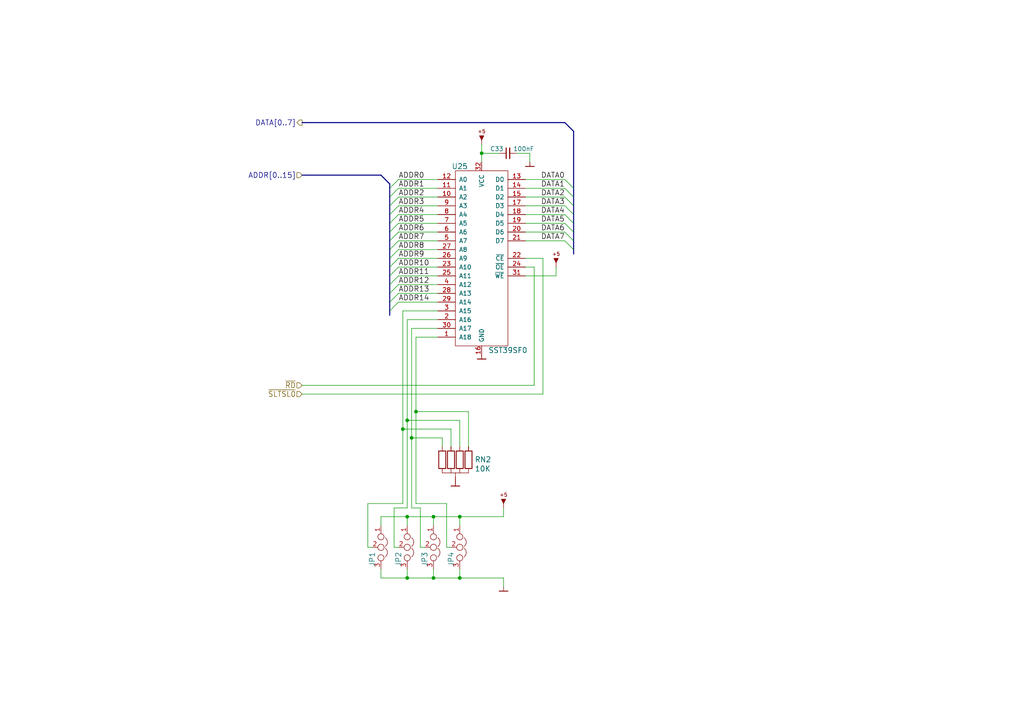
<source format=kicad_sch>
(kicad_sch (version 20211123) (generator eeschema)

  (uuid e16a8ef9-72be-44ea-a34c-71d53d6ff2bf)

  (paper "A4")

  (lib_symbols
    (symbol "artemisa:Cap" (pin_numbers hide) (pin_names (offset 0.254) hide) (in_bom yes) (on_board yes)
      (property "Reference" "C" (id 0) (at 0.254 1.778 0)
        (effects (font (size 1.27 1.27)) (justify left))
      )
      (property "Value" "Cap" (id 1) (at 0.254 -2.032 0)
        (effects (font (size 1.27 1.27)) (justify left))
      )
      (property "Footprint" "" (id 2) (at 0 0 0)
        (effects (font (size 1.27 1.27)) hide)
      )
      (property "Datasheet" "" (id 3) (at 0 0 0)
        (effects (font (size 1.27 1.27)) hide)
      )
      (property "ki_fp_filters" "C_*" (id 4) (at 0 0 0)
        (effects (font (size 1.27 1.27)) hide)
      )
      (symbol "Cap_0_1"
        (polyline
          (pts
            (xy -1.524 -0.508)
            (xy 1.524 -0.508)
          )
          (stroke (width 0.3302) (type default) (color 0 0 0 0))
          (fill (type none))
        )
        (polyline
          (pts
            (xy -1.524 0.508)
            (xy 1.524 0.508)
          )
          (stroke (width 0.3048) (type default) (color 0 0 0 0))
          (fill (type none))
        )
      )
      (symbol "Cap_1_1"
        (pin passive line (at 0 2.54 270) (length 2.032)
          (name "~" (effects (font (size 1.27 1.27))))
          (number "1" (effects (font (size 1.27 1.27))))
        )
        (pin passive line (at 0 -2.54 90) (length 2.032)
          (name "~" (effects (font (size 1.27 1.27))))
          (number "2" (effects (font (size 1.27 1.27))))
        )
      )
    )
    (symbol "artemisa:GND" (power) (pin_numbers hide) (pin_names (offset 0) hide) (in_bom yes) (on_board yes)
      (property "Reference" "#PWR" (id 0) (at 0 -2.54 0)
        (effects (font (size 1.524 1.524)) hide)
      )
      (property "Value" "GND" (id 1) (at 0 2.54 0)
        (effects (font (size 1.524 1.524)) hide)
      )
      (property "Footprint" "" (id 2) (at 0 0 0)
        (effects (font (size 1.524 1.524)) hide)
      )
      (property "Datasheet" "" (id 3) (at 0 0 0)
        (effects (font (size 1.524 1.524)) hide)
      )
      (symbol "GND_0_1"
        (polyline
          (pts
            (xy -1.27 -1.27)
            (xy 1.27 -1.27)
          )
          (stroke (width 0.254) (type default) (color 0 0 0 0))
          (fill (type none))
        )
      )
      (symbol "GND_1_1"
        (pin power_in line (at 0 0 270) (length 1.27)
          (name "GND" (effects (font (size 1.27 1.27))))
          (number "~" (effects (font (size 1.27 1.27))))
        )
      )
    )
    (symbol "artemisa:Jumper" (pin_names (offset 1.016) hide) (in_bom yes) (on_board yes)
      (property "Reference" "JP" (id 0) (at 2.54 -2.54 0)
        (effects (font (size 1.524 1.524)))
      )
      (property "Value" "Jumper" (id 1) (at 0 3.81 0)
        (effects (font (size 1.524 1.524)))
      )
      (property "Footprint" "" (id 2) (at 0 0 0)
        (effects (font (size 1.524 1.524)) hide)
      )
      (property "Datasheet" "" (id 3) (at 0 0 0)
        (effects (font (size 1.524 1.524)) hide)
      )
      (symbol "Jumper_1_1"
        (circle (center -3.048 0) (radius 0.889)
          (stroke (width 0) (type default) (color 0 0 0 0))
          (fill (type none))
        )
        (arc (start -0.254 1.27) (mid -1.524 1.8804) (end -2.794 1.27)
          (stroke (width 0) (type default) (color 0 0 0 0))
          (fill (type none))
        )
        (circle (center 0 0) (radius 0.9144)
          (stroke (width 0) (type default) (color 0 0 0 0))
          (fill (type none))
        )
        (arc (start 2.794 1.27) (mid 1.524 1.8804) (end 0.254 1.27)
          (stroke (width 0) (type default) (color 0 0 0 0))
          (fill (type none))
        )
        (circle (center 3.048 0) (radius 0.889)
          (stroke (width 0) (type default) (color 0 0 0 0))
          (fill (type none))
        )
        (pin passive line (at -6.35 0 0) (length 2.413)
          (name "1" (effects (font (size 1.27 1.27))))
          (number "1" (effects (font (size 1.27 1.27))))
        )
        (pin passive line (at 0 -2.54 90) (length 1.524)
          (name "2" (effects (font (size 1.27 1.27))))
          (number "2" (effects (font (size 1.27 1.27))))
        )
        (pin passive line (at 6.35 0 180) (length 2.413)
          (name "3" (effects (font (size 1.27 1.27))))
          (number "3" (effects (font (size 1.27 1.27))))
        )
      )
    )
    (symbol "artemisa:RN4" (pin_numbers hide) (pin_names (offset 1.016) hide) (in_bom yes) (on_board yes)
      (property "Reference" "RN" (id 0) (at 3.81 5.08 0)
        (effects (font (size 1.524 1.524)))
      )
      (property "Value" "RN4" (id 1) (at -5.08 5.08 0)
        (effects (font (size 1.524 1.524)))
      )
      (property "Footprint" "" (id 2) (at 2.54 -1.905 0)
        (effects (font (size 1.524 1.524)) hide)
      )
      (property "Datasheet" "" (id 3) (at 2.54 -1.905 0)
        (effects (font (size 1.524 1.524)) hide)
      )
      (symbol "RN4_0_1"
        (polyline
          (pts
            (xy -3.81 2.54)
            (xy -3.81 3.81)
          )
          (stroke (width 0) (type default) (color 0 0 0 0))
          (fill (type none))
        )
        (polyline
          (pts
            (xy -3.81 3.81)
            (xy 3.81 3.81)
          )
          (stroke (width 0) (type default) (color 0 0 0 0))
          (fill (type none))
        )
        (polyline
          (pts
            (xy -1.27 2.54)
            (xy -1.27 3.81)
          )
          (stroke (width 0) (type default) (color 0 0 0 0))
          (fill (type none))
        )
        (polyline
          (pts
            (xy 0 5.08)
            (xy 0 3.81)
          )
          (stroke (width 0) (type default) (color 0 0 0 0))
          (fill (type none))
        )
        (polyline
          (pts
            (xy 1.27 2.54)
            (xy 1.27 3.81)
          )
          (stroke (width 0) (type default) (color 0 0 0 0))
          (fill (type none))
        )
        (polyline
          (pts
            (xy 3.81 2.54)
            (xy 3.81 3.81)
          )
          (stroke (width 0) (type default) (color 0 0 0 0))
          (fill (type none))
        )
      )
      (symbol "RN4_0_2"
        (polyline
          (pts
            (xy -3.81 3.81)
            (xy 3.81 3.81)
          )
          (stroke (width 0) (type default) (color 0 0 0 0))
          (fill (type none))
        )
        (polyline
          (pts
            (xy -3.81 3.81)
            (xy -6.35 3.81)
            (xy -6.35 -2.54)
          )
          (stroke (width 0) (type default) (color 0 0 0 0))
          (fill (type none))
        )
      )
      (symbol "RN4_1_1"
        (rectangle (start -4.826 -2.54) (end -2.794 2.54)
          (stroke (width 0.254) (type default) (color 0 0 0 0))
          (fill (type none))
        )
        (rectangle (start -2.286 -2.54) (end -0.254 2.54)
          (stroke (width 0.254) (type default) (color 0 0 0 0))
          (fill (type none))
        )
        (rectangle (start 0.254 -2.54) (end 2.286 2.54)
          (stroke (width 0.254) (type default) (color 0 0 0 0))
          (fill (type none))
        )
        (rectangle (start 2.794 -2.54) (end 4.826 2.54)
          (stroke (width 0.254) (type default) (color 0 0 0 0))
          (fill (type none))
        )
        (pin passive line (at 0 6.35 270) (length 1.27)
          (name "~" (effects (font (size 1.27 1.27))))
          (number "1" (effects (font (size 1.27 1.27))))
        )
        (pin passive line (at -3.81 -3.81 90) (length 1.27)
          (name "~" (effects (font (size 1.27 1.27))))
          (number "2" (effects (font (size 1.27 1.27))))
        )
        (pin passive line (at -1.27 -3.81 90) (length 1.27)
          (name "~" (effects (font (size 1.27 1.27))))
          (number "3" (effects (font (size 1.27 1.27))))
        )
        (pin passive line (at 1.27 -3.81 90) (length 1.27)
          (name "~" (effects (font (size 1.27 1.27))))
          (number "4" (effects (font (size 1.27 1.27))))
        )
        (pin passive line (at 3.81 -3.81 90) (length 1.27)
          (name "~" (effects (font (size 1.27 1.27))))
          (number "5" (effects (font (size 1.27 1.27))))
        )
      )
      (symbol "RN4_1_2"
        (rectangle (start -4.826 -2.54) (end -2.794 2.54)
          (stroke (width 0.254) (type default) (color 0 0 0 0))
          (fill (type none))
        )
        (rectangle (start -2.286 -2.54) (end -0.254 2.54)
          (stroke (width 0.254) (type default) (color 0 0 0 0))
          (fill (type none))
        )
        (polyline
          (pts
            (xy -3.81 2.54)
            (xy -3.81 3.81)
          )
          (stroke (width 0) (type default) (color 0 0 0 0))
          (fill (type none))
        )
        (polyline
          (pts
            (xy -1.27 2.54)
            (xy -1.27 3.81)
          )
          (stroke (width 0) (type default) (color 0 0 0 0))
          (fill (type none))
        )
        (polyline
          (pts
            (xy 1.27 2.54)
            (xy 1.27 3.81)
          )
          (stroke (width 0) (type default) (color 0 0 0 0))
          (fill (type none))
        )
        (polyline
          (pts
            (xy 3.81 2.54)
            (xy 3.81 3.81)
          )
          (stroke (width 0) (type default) (color 0 0 0 0))
          (fill (type none))
        )
        (rectangle (start 0.254 -2.54) (end 2.286 2.54)
          (stroke (width 0.254) (type default) (color 0 0 0 0))
          (fill (type none))
        )
        (rectangle (start 2.794 -2.54) (end 4.826 2.54)
          (stroke (width 0.254) (type default) (color 0 0 0 0))
          (fill (type none))
        )
        (pin passive line (at -6.35 -3.81 90) (length 1.27)
          (name "~" (effects (font (size 1.27 1.27))))
          (number "1" (effects (font (size 1.27 1.27))))
        )
        (pin passive line (at -3.81 -3.81 90) (length 1.27)
          (name "~" (effects (font (size 1.27 1.27))))
          (number "2" (effects (font (size 1.27 1.27))))
        )
        (pin passive line (at -1.27 -3.81 90) (length 1.27)
          (name "~" (effects (font (size 1.27 1.27))))
          (number "3" (effects (font (size 1.27 1.27))))
        )
        (pin passive line (at 1.27 -3.81 90) (length 1.27)
          (name "~" (effects (font (size 1.27 1.27))))
          (number "4" (effects (font (size 1.27 1.27))))
        )
        (pin passive line (at 3.81 -3.81 90) (length 1.27)
          (name "~" (effects (font (size 1.27 1.27))))
          (number "5" (effects (font (size 1.27 1.27))))
        )
      )
    )
    (symbol "artemisa:SST39SF0" (pin_names (offset 1.016)) (in_bom yes) (on_board yes)
      (property "Reference" "U" (id 0) (at -7.62 21.59 0)
        (effects (font (size 1.524 1.524)))
      )
      (property "Value" "SST39SF0" (id 1) (at 7.62 -31.75 0)
        (effects (font (size 1.524 1.524)))
      )
      (property "Footprint" "" (id 2) (at 0 0 0)
        (effects (font (size 1.524 1.524)) hide)
      )
      (property "Datasheet" "" (id 3) (at 0 0 0)
        (effects (font (size 1.524 1.524)) hide)
      )
      (symbol "SST39SF0_0_1"
        (rectangle (start -7.62 20.32) (end 7.62 -30.48)
          (stroke (width 0) (type default) (color 0 0 0 0))
          (fill (type none))
        )
      )
      (symbol "SST39SF0_1_1"
        (pin input line (at -12.7 -27.94 0) (length 5.08)
          (name "A18" (effects (font (size 1.27 1.27))))
          (number "1" (effects (font (size 1.27 1.27))))
        )
        (pin input line (at -12.7 12.7 0) (length 5.08)
          (name "A2" (effects (font (size 1.27 1.27))))
          (number "10" (effects (font (size 1.27 1.27))))
        )
        (pin input line (at -12.7 15.24 0) (length 5.08)
          (name "A1" (effects (font (size 1.27 1.27))))
          (number "11" (effects (font (size 1.27 1.27))))
        )
        (pin input line (at -12.7 17.78 0) (length 5.08)
          (name "A0" (effects (font (size 1.27 1.27))))
          (number "12" (effects (font (size 1.27 1.27))))
        )
        (pin output line (at 12.7 17.78 180) (length 5.08)
          (name "D0" (effects (font (size 1.27 1.27))))
          (number "13" (effects (font (size 1.27 1.27))))
        )
        (pin output line (at 12.7 15.24 180) (length 5.08)
          (name "D1" (effects (font (size 1.27 1.27))))
          (number "14" (effects (font (size 1.27 1.27))))
        )
        (pin output line (at 12.7 12.7 180) (length 5.08)
          (name "D2" (effects (font (size 1.27 1.27))))
          (number "15" (effects (font (size 1.27 1.27))))
        )
        (pin power_in line (at 0 -33.02 90) (length 2.54)
          (name "GND" (effects (font (size 1.27 1.27))))
          (number "16" (effects (font (size 1.27 1.27))))
        )
        (pin output line (at 12.7 10.16 180) (length 5.08)
          (name "D3" (effects (font (size 1.27 1.27))))
          (number "17" (effects (font (size 1.27 1.27))))
        )
        (pin output line (at 12.7 7.62 180) (length 5.08)
          (name "D4" (effects (font (size 1.27 1.27))))
          (number "18" (effects (font (size 1.27 1.27))))
        )
        (pin output line (at 12.7 5.08 180) (length 5.08)
          (name "D5" (effects (font (size 1.27 1.27))))
          (number "19" (effects (font (size 1.27 1.27))))
        )
        (pin input line (at -12.7 -22.86 0) (length 5.08)
          (name "A16" (effects (font (size 1.27 1.27))))
          (number "2" (effects (font (size 1.27 1.27))))
        )
        (pin output line (at 12.7 2.54 180) (length 5.08)
          (name "D6" (effects (font (size 1.27 1.27))))
          (number "20" (effects (font (size 1.27 1.27))))
        )
        (pin output line (at 12.7 0 180) (length 5.08)
          (name "D7" (effects (font (size 1.27 1.27))))
          (number "21" (effects (font (size 1.27 1.27))))
        )
        (pin input line (at 12.7 -5.08 180) (length 5.08)
          (name "~{CE}" (effects (font (size 1.27 1.27))))
          (number "22" (effects (font (size 1.27 1.27))))
        )
        (pin input line (at -12.7 -7.62 0) (length 5.08)
          (name "A10" (effects (font (size 1.27 1.27))))
          (number "23" (effects (font (size 1.27 1.27))))
        )
        (pin input line (at 12.7 -7.62 180) (length 5.08)
          (name "~{OE}" (effects (font (size 1.27 1.27))))
          (number "24" (effects (font (size 1.27 1.27))))
        )
        (pin input line (at -12.7 -10.16 0) (length 5.08)
          (name "A11" (effects (font (size 1.27 1.27))))
          (number "25" (effects (font (size 1.27 1.27))))
        )
        (pin input line (at -12.7 -5.08 0) (length 5.08)
          (name "A9" (effects (font (size 1.27 1.27))))
          (number "26" (effects (font (size 1.27 1.27))))
        )
        (pin input line (at -12.7 -2.54 0) (length 5.08)
          (name "A8" (effects (font (size 1.27 1.27))))
          (number "27" (effects (font (size 1.27 1.27))))
        )
        (pin input line (at -12.7 -15.24 0) (length 5.08)
          (name "A13" (effects (font (size 1.27 1.27))))
          (number "28" (effects (font (size 1.27 1.27))))
        )
        (pin input line (at -12.7 -17.78 0) (length 5.08)
          (name "A14" (effects (font (size 1.27 1.27))))
          (number "29" (effects (font (size 1.27 1.27))))
        )
        (pin input line (at -12.7 -20.32 0) (length 5.08)
          (name "A15" (effects (font (size 1.27 1.27))))
          (number "3" (effects (font (size 1.27 1.27))))
        )
        (pin input line (at -12.7 -25.4 0) (length 5.08)
          (name "A17" (effects (font (size 1.27 1.27))))
          (number "30" (effects (font (size 1.27 1.27))))
        )
        (pin input line (at 12.7 -10.16 180) (length 5.08)
          (name "~{WE}" (effects (font (size 1.27 1.27))))
          (number "31" (effects (font (size 1.27 1.27))))
        )
        (pin power_in line (at 0 22.86 270) (length 2.54)
          (name "VCC" (effects (font (size 1.27 1.27))))
          (number "32" (effects (font (size 1.27 1.27))))
        )
        (pin input line (at -12.7 -12.7 0) (length 5.08)
          (name "A12" (effects (font (size 1.27 1.27))))
          (number "4" (effects (font (size 1.27 1.27))))
        )
        (pin input line (at -12.7 0 0) (length 5.08)
          (name "A7" (effects (font (size 1.27 1.27))))
          (number "5" (effects (font (size 1.27 1.27))))
        )
        (pin input line (at -12.7 2.54 0) (length 5.08)
          (name "A6" (effects (font (size 1.27 1.27))))
          (number "6" (effects (font (size 1.27 1.27))))
        )
        (pin input line (at -12.7 5.08 0) (length 5.08)
          (name "A5" (effects (font (size 1.27 1.27))))
          (number "7" (effects (font (size 1.27 1.27))))
        )
        (pin input line (at -12.7 7.62 0) (length 5.08)
          (name "A4" (effects (font (size 1.27 1.27))))
          (number "8" (effects (font (size 1.27 1.27))))
        )
        (pin input line (at -12.7 10.16 0) (length 5.08)
          (name "A3" (effects (font (size 1.27 1.27))))
          (number "9" (effects (font (size 1.27 1.27))))
        )
      )
    )
    (symbol "artemisa:VCC" (power) (pin_numbers hide) (pin_names (offset 0) hide) (in_bom yes) (on_board yes)
      (property "Reference" "#PWR" (id 0) (at 0 -1.27 0)
        (effects (font (size 1.524 1.524)) hide)
      )
      (property "Value" "VCC" (id 1) (at 0 6.35 0)
        (effects (font (size 1.524 1.524)) hide)
      )
      (property "Footprint" "" (id 2) (at 0 0 0)
        (effects (font (size 1.524 1.524)) hide)
      )
      (property "Datasheet" "" (id 3) (at 0 0 0)
        (effects (font (size 1.524 1.524)) hide)
      )
      (symbol "VCC_0_0"
        (text "+5" (at 0 3.81 0)
          (effects (font (size 1.016 1.016)))
        )
      )
      (symbol "VCC_0_1"
        (polyline
          (pts
            (xy 0 1.27)
            (xy 0.635 2.54)
            (xy -0.635 2.54)
            (xy 0 1.27)
          )
          (stroke (width 0) (type default) (color 0 0 0 0))
          (fill (type outline))
        )
      )
      (symbol "VCC_1_1"
        (pin power_in line (at 0 0 90) (length 1.27)
          (name "VCC" (effects (font (size 1.27 1.27))))
          (number "1" (effects (font (size 1.27 1.27))))
        )
      )
    )
  )

  (junction (at 118.11 149.86) (diameter 0) (color 0 0 0 0)
    (uuid 30d4a5b8-34e9-412f-9d1a-e616a8a28215)
  )
  (junction (at 133.35 167.64) (diameter 0) (color 0 0 0 0)
    (uuid 415d6a7d-98b2-4d17-b46f-6f38749a3ba2)
  )
  (junction (at 125.73 167.64) (diameter 0) (color 0 0 0 0)
    (uuid 5bf032d7-1ed3-461e-8d9e-98362eeab2a2)
  )
  (junction (at 139.7 44.45) (diameter 0) (color 0 0 0 0)
    (uuid 6a3aff19-5e5c-466c-80b5-82ab994aaee1)
  )
  (junction (at 118.11 167.64) (diameter 0) (color 0 0 0 0)
    (uuid 80f56a42-ff05-4345-8ffd-85584fdb3701)
  )
  (junction (at 133.35 149.86) (diameter 0) (color 0 0 0 0)
    (uuid 88b7d164-35a2-420d-9da6-a56db04f962b)
  )
  (junction (at 119.38 127) (diameter 0) (color 0 0 0 0)
    (uuid 89d9af53-e698-40c4-8ab2-a44fdf0a4c6c)
  )
  (junction (at 116.84 124.46) (diameter 0) (color 0 0 0 0)
    (uuid b0b40da2-8918-4f0b-b11b-1408b929feb5)
  )
  (junction (at 120.65 119.38) (diameter 0) (color 0 0 0 0)
    (uuid c4e3a83a-2945-4c21-9d1d-f3f3be86b7bd)
  )
  (junction (at 125.73 149.86) (diameter 0) (color 0 0 0 0)
    (uuid dd07efd4-24c4-483d-a118-ed58a9223c8c)
  )
  (junction (at 118.11 121.92) (diameter 0) (color 0 0 0 0)
    (uuid e188f4e0-97d6-45d5-9852-98640c6abc42)
  )

  (bus_entry (at 113.03 69.85) (size 2.54 -2.54)
    (stroke (width 0) (type default) (color 0 0 0 0))
    (uuid 06fb8a5e-69f3-44ca-bc88-4da9a1408625)
  )
  (bus_entry (at 113.03 87.63) (size 2.54 -2.54)
    (stroke (width 0) (type default) (color 0 0 0 0))
    (uuid 10a7d7ef-d6be-484c-be36-2908e6c77393)
  )
  (bus_entry (at 113.03 67.31) (size 2.54 -2.54)
    (stroke (width 0) (type default) (color 0 0 0 0))
    (uuid 1416f46f-efcf-4c99-81af-d39cf81f2652)
  )
  (bus_entry (at 113.03 64.77) (size 2.54 -2.54)
    (stroke (width 0) (type default) (color 0 0 0 0))
    (uuid 2952439a-4d93-45a3-a998-2b2fce2c5fe9)
  )
  (bus_entry (at 113.03 57.15) (size 2.54 -2.54)
    (stroke (width 0) (type default) (color 0 0 0 0))
    (uuid 2c3d5c2f-c119-4276-9b7e-33808f1d9396)
  )
  (bus_entry (at 166.37 62.23) (size -2.54 -2.54)
    (stroke (width 0) (type default) (color 0 0 0 0))
    (uuid 33ef82c8-b659-42b6-9429-5436a00e7b54)
  )
  (bus_entry (at 166.37 64.77) (size -2.54 -2.54)
    (stroke (width 0) (type default) (color 0 0 0 0))
    (uuid 469553b1-52fa-4564-9359-73b74ba8f58f)
  )
  (bus_entry (at 113.03 82.55) (size 2.54 -2.54)
    (stroke (width 0) (type default) (color 0 0 0 0))
    (uuid 532cb9ef-7fac-483b-aaf5-b83d764d0176)
  )
  (bus_entry (at 113.03 74.93) (size 2.54 -2.54)
    (stroke (width 0) (type default) (color 0 0 0 0))
    (uuid 5da519c8-016f-4f2c-843d-d8fc54aa43f1)
  )
  (bus_entry (at 113.03 54.61) (size 2.54 -2.54)
    (stroke (width 0) (type default) (color 0 0 0 0))
    (uuid 5fe5bd8d-5a86-4565-bd10-e08c6de9aa03)
  )
  (bus_entry (at 166.37 69.85) (size -2.54 -2.54)
    (stroke (width 0) (type default) (color 0 0 0 0))
    (uuid 73fd78b9-9aa5-40d0-adab-1e5886c90dd7)
  )
  (bus_entry (at 113.03 62.23) (size 2.54 -2.54)
    (stroke (width 0) (type default) (color 0 0 0 0))
    (uuid 7a25e2e8-d883-44ae-8207-1f946e50b1fa)
  )
  (bus_entry (at 166.37 54.61) (size -2.54 -2.54)
    (stroke (width 0) (type default) (color 0 0 0 0))
    (uuid 86c73e16-9c05-4385-b59b-206056f7ac90)
  )
  (bus_entry (at 113.03 85.09) (size 2.54 -2.54)
    (stroke (width 0) (type default) (color 0 0 0 0))
    (uuid 8a1a639a-559c-483d-9c99-1b2fafbdacf1)
  )
  (bus_entry (at 166.37 67.31) (size -2.54 -2.54)
    (stroke (width 0) (type default) (color 0 0 0 0))
    (uuid 90f1070b-d0d3-4d94-9527-f4c1c7006642)
  )
  (bus_entry (at 113.03 59.69) (size 2.54 -2.54)
    (stroke (width 0) (type default) (color 0 0 0 0))
    (uuid 9cd1ba63-2087-4000-a5a9-797dad78d993)
  )
  (bus_entry (at 166.37 57.15) (size -2.54 -2.54)
    (stroke (width 0) (type default) (color 0 0 0 0))
    (uuid a0affae9-b1e8-4941-9e7e-2ad29ff3f86b)
  )
  (bus_entry (at 113.03 80.01) (size 2.54 -2.54)
    (stroke (width 0) (type default) (color 0 0 0 0))
    (uuid b09870ad-8985-4a1c-a7b1-3acb9a1b9282)
  )
  (bus_entry (at 113.03 77.47) (size 2.54 -2.54)
    (stroke (width 0) (type default) (color 0 0 0 0))
    (uuid bc007755-47dc-4b01-a9a3-8f34e8741895)
  )
  (bus_entry (at 166.37 72.39) (size -2.54 -2.54)
    (stroke (width 0) (type default) (color 0 0 0 0))
    (uuid bf8bfbb4-4b7a-430e-865f-8acab9f8c04d)
  )
  (bus_entry (at 113.03 72.39) (size 2.54 -2.54)
    (stroke (width 0) (type default) (color 0 0 0 0))
    (uuid ea7f95ca-1368-4ccc-b3c5-17a85c05a2dd)
  )
  (bus_entry (at 113.03 90.17) (size 2.54 -2.54)
    (stroke (width 0) (type default) (color 0 0 0 0))
    (uuid fb7b20d7-70ea-48e6-baf1-01a0d3c92377)
  )
  (bus_entry (at 166.37 59.69) (size -2.54 -2.54)
    (stroke (width 0) (type default) (color 0 0 0 0))
    (uuid ffe6d5f3-f9a5-48a9-88db-d2d7822b944f)
  )

  (wire (pts (xy 115.57 87.63) (xy 127 87.63))
    (stroke (width 0) (type default) (color 0 0 0 0))
    (uuid 00185541-0a55-4e62-91d8-99e7a7720d36)
  )
  (bus (pts (xy 166.37 69.85) (xy 166.37 72.39))
    (stroke (width 0) (type default) (color 0 0 0 0))
    (uuid 025b67ec-fe6a-4ee1-9f43-89b9b5fad3d7)
  )

  (wire (pts (xy 133.35 121.92) (xy 118.11 121.92))
    (stroke (width 0) (type default) (color 0 0 0 0))
    (uuid 03a79994-33b9-4df6-bdb0-d3807834d731)
  )
  (wire (pts (xy 128.27 129.54) (xy 128.27 127))
    (stroke (width 0) (type default) (color 0 0 0 0))
    (uuid 08601885-ffd0-426c-9b07-2dc479593fb1)
  )
  (wire (pts (xy 157.48 114.3) (xy 87.63 114.3))
    (stroke (width 0) (type default) (color 0 0 0 0))
    (uuid 09433d97-62ec-42de-89f2-7d0b68dc1b9d)
  )
  (wire (pts (xy 133.35 149.86) (xy 146.05 149.86))
    (stroke (width 0) (type default) (color 0 0 0 0))
    (uuid 09684b6c-5d15-4020-b96b-0b388e8ee3ea)
  )
  (wire (pts (xy 118.11 147.32) (xy 114.3 147.32))
    (stroke (width 0) (type default) (color 0 0 0 0))
    (uuid 0f99d31f-3e61-45ba-a78c-4a282f861613)
  )
  (bus (pts (xy 166.37 38.1) (xy 166.37 54.61))
    (stroke (width 0) (type default) (color 0 0 0 0))
    (uuid 1002411f-a485-468c-981b-cec2ce41d8bd)
  )
  (bus (pts (xy 110.49 50.8) (xy 87.63 50.8))
    (stroke (width 0) (type default) (color 0 0 0 0))
    (uuid 128a7556-cb3d-406d-b84d-6d9efc7f9ed8)
  )

  (wire (pts (xy 163.83 64.77) (xy 152.4 64.77))
    (stroke (width 0) (type default) (color 0 0 0 0))
    (uuid 18a9dea8-caa6-40a3-962a-7699d9146e17)
  )
  (bus (pts (xy 113.03 53.34) (xy 113.03 54.61))
    (stroke (width 0) (type default) (color 0 0 0 0))
    (uuid 1a0c5194-0d7e-4fcc-a11d-049fac80c4dc)
  )

  (wire (pts (xy 115.57 82.55) (xy 127 82.55))
    (stroke (width 0) (type default) (color 0 0 0 0))
    (uuid 1db46316-f403-492b-8814-154fc43d62a8)
  )
  (wire (pts (xy 154.94 111.76) (xy 154.94 77.47))
    (stroke (width 0) (type default) (color 0 0 0 0))
    (uuid 1ebce183-d3ad-4022-b82e-9e0d8cd628db)
  )
  (wire (pts (xy 129.54 146.05) (xy 129.54 158.75))
    (stroke (width 0) (type default) (color 0 0 0 0))
    (uuid 201a8082-80bc-49cb-a857-a9c917ee8418)
  )
  (wire (pts (xy 144.78 44.45) (xy 139.7 44.45))
    (stroke (width 0) (type default) (color 0 0 0 0))
    (uuid 22591446-6d82-47ac-b525-9e9deb496c8c)
  )
  (wire (pts (xy 106.68 146.05) (xy 106.68 158.75))
    (stroke (width 0) (type default) (color 0 0 0 0))
    (uuid 233d14ec-e17f-4b70-ace9-a65479e58a33)
  )
  (wire (pts (xy 120.65 119.38) (xy 120.65 146.05))
    (stroke (width 0) (type default) (color 0 0 0 0))
    (uuid 29e27db0-3c69-4f62-9b26-37b540cf4f34)
  )
  (bus (pts (xy 166.37 72.39) (xy 166.37 73.66))
    (stroke (width 0) (type default) (color 0 0 0 0))
    (uuid 3081c45f-0a62-4dc8-a706-c2b3c5e194d8)
  )

  (wire (pts (xy 118.11 167.64) (xy 125.73 167.64))
    (stroke (width 0) (type default) (color 0 0 0 0))
    (uuid 310e28e7-f7b1-4197-b25d-4003c7dcabae)
  )
  (wire (pts (xy 154.94 77.47) (xy 152.4 77.47))
    (stroke (width 0) (type default) (color 0 0 0 0))
    (uuid 3b9ce6b0-047c-4e71-81a7-b0a5c13aa4d2)
  )
  (wire (pts (xy 130.81 124.46) (xy 116.84 124.46))
    (stroke (width 0) (type default) (color 0 0 0 0))
    (uuid 3bdc61da-fd87-4d91-ae6a-f160ef1e6b25)
  )
  (wire (pts (xy 118.11 92.71) (xy 118.11 121.92))
    (stroke (width 0) (type default) (color 0 0 0 0))
    (uuid 3be2f64a-643b-4527-aaf5-307341a81097)
  )
  (wire (pts (xy 121.92 158.75) (xy 123.19 158.75))
    (stroke (width 0) (type default) (color 0 0 0 0))
    (uuid 3d6472eb-4872-48d0-9b65-1b39f6d4a46a)
  )
  (wire (pts (xy 115.57 62.23) (xy 127 62.23))
    (stroke (width 0) (type default) (color 0 0 0 0))
    (uuid 3eff8f32-349a-4846-b484-abdc036c7174)
  )
  (wire (pts (xy 106.68 146.05) (xy 116.84 146.05))
    (stroke (width 0) (type default) (color 0 0 0 0))
    (uuid 422a6702-d1c1-4e76-898e-ec20aaee30c2)
  )
  (wire (pts (xy 115.57 54.61) (xy 127 54.61))
    (stroke (width 0) (type default) (color 0 0 0 0))
    (uuid 46255620-16a2-4e81-9e4a-58dddcf89388)
  )
  (wire (pts (xy 115.57 74.93) (xy 127 74.93))
    (stroke (width 0) (type default) (color 0 0 0 0))
    (uuid 462f8e7e-09c6-4676-ba4f-fd07b2868aa8)
  )
  (bus (pts (xy 113.03 77.47) (xy 113.03 80.01))
    (stroke (width 0) (type default) (color 0 0 0 0))
    (uuid 473b087a-2cc3-4010-941a-e9503cdfb920)
  )

  (wire (pts (xy 87.63 111.76) (xy 154.94 111.76))
    (stroke (width 0) (type default) (color 0 0 0 0))
    (uuid 4c77837f-2440-4b7b-8e7e-430f981c7c04)
  )
  (wire (pts (xy 133.35 167.64) (xy 146.05 167.64))
    (stroke (width 0) (type default) (color 0 0 0 0))
    (uuid 4dfbe524-132d-43d4-8ae0-9aa2f72df70b)
  )
  (wire (pts (xy 118.11 121.92) (xy 118.11 147.32))
    (stroke (width 0) (type default) (color 0 0 0 0))
    (uuid 505c1d3e-8ca5-438e-9eae-18483f12882c)
  )
  (wire (pts (xy 115.57 59.69) (xy 127 59.69))
    (stroke (width 0) (type default) (color 0 0 0 0))
    (uuid 52da99c6-c348-4007-8828-51a963a2879f)
  )
  (bus (pts (xy 113.03 57.15) (xy 113.03 59.69))
    (stroke (width 0) (type default) (color 0 0 0 0))
    (uuid 553e83e2-46ab-4c23-99b1-63f20f063cd2)
  )

  (wire (pts (xy 119.38 147.32) (xy 121.92 147.32))
    (stroke (width 0) (type default) (color 0 0 0 0))
    (uuid 555e8fc3-19b4-40e8-abc6-87d7c193534e)
  )
  (wire (pts (xy 119.38 95.25) (xy 119.38 127))
    (stroke (width 0) (type default) (color 0 0 0 0))
    (uuid 59550421-1010-45d2-ae78-ff36e5bca6b7)
  )
  (bus (pts (xy 113.03 90.17) (xy 113.03 91.44))
    (stroke (width 0) (type default) (color 0 0 0 0))
    (uuid 59e90f16-96b8-49bc-86de-566bbe3dd75d)
  )
  (bus (pts (xy 163.83 35.56) (xy 166.37 38.1))
    (stroke (width 0) (type default) (color 0 0 0 0))
    (uuid 5b6af5a7-591e-4959-8c60-02f298d40677)
  )

  (wire (pts (xy 115.57 72.39) (xy 127 72.39))
    (stroke (width 0) (type default) (color 0 0 0 0))
    (uuid 5d00cbc9-46cb-472e-b705-59da8e971192)
  )
  (bus (pts (xy 113.03 87.63) (xy 113.03 90.17))
    (stroke (width 0) (type default) (color 0 0 0 0))
    (uuid 5d56d28a-c4af-4430-8964-9b60bd37a4ca)
  )

  (wire (pts (xy 125.73 149.86) (xy 133.35 149.86))
    (stroke (width 0) (type default) (color 0 0 0 0))
    (uuid 5ecea6c7-cbcd-4340-9db8-55b54a886e1e)
  )
  (bus (pts (xy 113.03 62.23) (xy 113.03 64.77))
    (stroke (width 0) (type default) (color 0 0 0 0))
    (uuid 607bd1dc-3a6b-4b00-8871-0e4f8cbd31b4)
  )
  (bus (pts (xy 113.03 85.09) (xy 113.03 87.63))
    (stroke (width 0) (type default) (color 0 0 0 0))
    (uuid 62ff3f34-d3e2-41a5-ae11-1b931533f98a)
  )

  (wire (pts (xy 146.05 149.86) (xy 146.05 147.32))
    (stroke (width 0) (type default) (color 0 0 0 0))
    (uuid 64bbd1a8-b20b-4d12-891d-7b53b4a0334a)
  )
  (bus (pts (xy 166.37 59.69) (xy 166.37 62.23))
    (stroke (width 0) (type default) (color 0 0 0 0))
    (uuid 6915e2da-1017-43ad-9e3e-de99af10b4da)
  )
  (bus (pts (xy 113.03 72.39) (xy 113.03 74.93))
    (stroke (width 0) (type default) (color 0 0 0 0))
    (uuid 77882400-606a-4159-9b6d-7be7ce590e63)
  )

  (wire (pts (xy 163.83 57.15) (xy 152.4 57.15))
    (stroke (width 0) (type default) (color 0 0 0 0))
    (uuid 77f65cef-2bce-414e-8b99-31f9cd0b59b0)
  )
  (wire (pts (xy 116.84 124.46) (xy 116.84 146.05))
    (stroke (width 0) (type default) (color 0 0 0 0))
    (uuid 785187eb-3061-4043-a954-4178556793a1)
  )
  (bus (pts (xy 113.03 59.69) (xy 113.03 62.23))
    (stroke (width 0) (type default) (color 0 0 0 0))
    (uuid 7a0dea2f-98b5-4afe-8d5d-f39ea5db6892)
  )

  (wire (pts (xy 110.49 165.1) (xy 110.49 167.64))
    (stroke (width 0) (type default) (color 0 0 0 0))
    (uuid 7b2f6028-5234-4df8-8d41-bf003f728f58)
  )
  (wire (pts (xy 114.3 158.75) (xy 115.57 158.75))
    (stroke (width 0) (type default) (color 0 0 0 0))
    (uuid 7b485fa8-406a-42d5-9a01-13ae76ec07b5)
  )
  (wire (pts (xy 120.65 97.79) (xy 120.65 119.38))
    (stroke (width 0) (type default) (color 0 0 0 0))
    (uuid 7bc13ee4-2194-461b-9242-0d96ebba241b)
  )
  (wire (pts (xy 128.27 127) (xy 119.38 127))
    (stroke (width 0) (type default) (color 0 0 0 0))
    (uuid 824a1256-25d4-4c20-968f-40a07210c698)
  )
  (wire (pts (xy 115.57 57.15) (xy 127 57.15))
    (stroke (width 0) (type default) (color 0 0 0 0))
    (uuid 83250ce3-cee5-48b2-8a3e-b1e7887d6a15)
  )
  (wire (pts (xy 115.57 67.31) (xy 127 67.31))
    (stroke (width 0) (type default) (color 0 0 0 0))
    (uuid 84e64de5-2809-4251-a45b-2b46d2cc79df)
  )
  (bus (pts (xy 166.37 67.31) (xy 166.37 69.85))
    (stroke (width 0) (type default) (color 0 0 0 0))
    (uuid 85705930-0850-44b9-bc2d-76e756994d34)
  )

  (wire (pts (xy 125.73 167.64) (xy 133.35 167.64))
    (stroke (width 0) (type default) (color 0 0 0 0))
    (uuid 86856bef-d161-4600-b8d6-44f81ad42b7c)
  )
  (wire (pts (xy 115.57 52.07) (xy 127 52.07))
    (stroke (width 0) (type default) (color 0 0 0 0))
    (uuid 885a1129-9446-432d-8d93-f91d54873594)
  )
  (wire (pts (xy 118.11 165.1) (xy 118.11 167.64))
    (stroke (width 0) (type default) (color 0 0 0 0))
    (uuid 8c65d639-2c7e-432d-bc2d-cd7263d4f689)
  )
  (wire (pts (xy 120.65 146.05) (xy 129.54 146.05))
    (stroke (width 0) (type default) (color 0 0 0 0))
    (uuid 91a85248-7895-453a-bdbc-36a6edbe91db)
  )
  (wire (pts (xy 133.35 152.4) (xy 133.35 149.86))
    (stroke (width 0) (type default) (color 0 0 0 0))
    (uuid 92ff4797-ba89-46c8-b3a8-8260d960e660)
  )
  (wire (pts (xy 157.48 74.93) (xy 157.48 114.3))
    (stroke (width 0) (type default) (color 0 0 0 0))
    (uuid 937928d4-4dfb-4f2f-91d0-697ec54ac283)
  )
  (wire (pts (xy 118.11 149.86) (xy 125.73 149.86))
    (stroke (width 0) (type default) (color 0 0 0 0))
    (uuid 96bdf5ea-ca81-4096-814f-ff6d6aaf3220)
  )
  (wire (pts (xy 125.73 165.1) (xy 125.73 167.64))
    (stroke (width 0) (type default) (color 0 0 0 0))
    (uuid 975ad921-d330-495d-a812-58638ba9e7c7)
  )
  (bus (pts (xy 113.03 64.77) (xy 113.03 67.31))
    (stroke (width 0) (type default) (color 0 0 0 0))
    (uuid 9934072c-5674-4ed3-9146-61b9347f189d)
  )

  (wire (pts (xy 129.54 158.75) (xy 130.81 158.75))
    (stroke (width 0) (type default) (color 0 0 0 0))
    (uuid 9a68bf85-c16f-48ee-8e66-0d9ea8ea8b23)
  )
  (wire (pts (xy 163.83 69.85) (xy 152.4 69.85))
    (stroke (width 0) (type default) (color 0 0 0 0))
    (uuid 9fb9a654-045f-4c58-ba9d-e6e9d641e3ae)
  )
  (wire (pts (xy 130.81 129.54) (xy 130.81 124.46))
    (stroke (width 0) (type default) (color 0 0 0 0))
    (uuid a0129fe7-e9e9-4c74-af85-e2b335707eb4)
  )
  (wire (pts (xy 127 97.79) (xy 120.65 97.79))
    (stroke (width 0) (type default) (color 0 0 0 0))
    (uuid a0400e61-7ec0-4cc7-a41d-d7c451e758fe)
  )
  (wire (pts (xy 114.3 147.32) (xy 114.3 158.75))
    (stroke (width 0) (type default) (color 0 0 0 0))
    (uuid a1533d6a-9d56-4622-800a-f5af923f4a97)
  )
  (wire (pts (xy 152.4 80.01) (xy 161.29 80.01))
    (stroke (width 0) (type default) (color 0 0 0 0))
    (uuid a3eaa329-1c23-49fc-9fb5-976de81b788e)
  )
  (wire (pts (xy 163.83 67.31) (xy 152.4 67.31))
    (stroke (width 0) (type default) (color 0 0 0 0))
    (uuid a95b6208-cd25-486f-8a35-f7d7b1426174)
  )
  (bus (pts (xy 166.37 64.77) (xy 166.37 67.31))
    (stroke (width 0) (type default) (color 0 0 0 0))
    (uuid aea380b3-0b16-4ad3-8281-37f0d2673e39)
  )

  (wire (pts (xy 163.83 52.07) (xy 152.4 52.07))
    (stroke (width 0) (type default) (color 0 0 0 0))
    (uuid b034f82f-3ce9-4423-89ad-7ecf03d348d0)
  )
  (wire (pts (xy 115.57 80.01) (xy 127 80.01))
    (stroke (width 0) (type default) (color 0 0 0 0))
    (uuid b37c8835-0989-48c9-97ba-c045f0d7107f)
  )
  (wire (pts (xy 115.57 85.09) (xy 127 85.09))
    (stroke (width 0) (type default) (color 0 0 0 0))
    (uuid b540f997-cabb-4061-85a0-370b4e9dd03a)
  )
  (wire (pts (xy 163.83 62.23) (xy 152.4 62.23))
    (stroke (width 0) (type default) (color 0 0 0 0))
    (uuid b64fe3cc-3a1f-41b6-9ac9-fa971c4a06a6)
  )
  (wire (pts (xy 118.11 152.4) (xy 118.11 149.86))
    (stroke (width 0) (type default) (color 0 0 0 0))
    (uuid b6670714-a829-420f-8f82-042c74d803a5)
  )
  (bus (pts (xy 163.83 35.56) (xy 87.63 35.56))
    (stroke (width 0) (type default) (color 0 0 0 0))
    (uuid b6ceb85d-46f8-42e1-9c68-672660fbaf7c)
  )

  (wire (pts (xy 115.57 69.85) (xy 127 69.85))
    (stroke (width 0) (type default) (color 0 0 0 0))
    (uuid b9272e8b-2d00-4d6b-ae8c-fd62ef331586)
  )
  (wire (pts (xy 163.83 59.69) (xy 152.4 59.69))
    (stroke (width 0) (type default) (color 0 0 0 0))
    (uuid bfff8af5-be9c-44df-80bd-23ee2cf9c437)
  )
  (bus (pts (xy 113.03 74.93) (xy 113.03 77.47))
    (stroke (width 0) (type default) (color 0 0 0 0))
    (uuid c02ea828-b111-4d1d-9474-98d811361c61)
  )

  (wire (pts (xy 115.57 77.47) (xy 127 77.47))
    (stroke (width 0) (type default) (color 0 0 0 0))
    (uuid c1518dae-2aaf-4360-9028-98a626546353)
  )
  (wire (pts (xy 139.7 44.45) (xy 139.7 46.99))
    (stroke (width 0) (type default) (color 0 0 0 0))
    (uuid c1fbee58-f474-4414-9110-64abd03ed7c9)
  )
  (bus (pts (xy 110.49 50.8) (xy 113.03 53.34))
    (stroke (width 0) (type default) (color 0 0 0 0))
    (uuid c221eefe-1cf5-48d5-b941-f08de75c2fe3)
  )
  (bus (pts (xy 113.03 80.01) (xy 113.03 82.55))
    (stroke (width 0) (type default) (color 0 0 0 0))
    (uuid c2a16d20-3dbd-442b-870b-24ac58660317)
  )

  (wire (pts (xy 115.57 64.77) (xy 127 64.77))
    (stroke (width 0) (type default) (color 0 0 0 0))
    (uuid c2a5cbbc-a316-4826-81b8-a34d52b5eb58)
  )
  (bus (pts (xy 113.03 54.61) (xy 113.03 57.15))
    (stroke (width 0) (type default) (color 0 0 0 0))
    (uuid c73bfff6-9c34-45cb-853c-863990f11aa7)
  )

  (wire (pts (xy 163.83 54.61) (xy 152.4 54.61))
    (stroke (width 0) (type default) (color 0 0 0 0))
    (uuid c837798c-83c8-4e02-b288-fa03714cab74)
  )
  (wire (pts (xy 133.35 129.54) (xy 133.35 121.92))
    (stroke (width 0) (type default) (color 0 0 0 0))
    (uuid cb082ca8-e559-493c-a769-6ac76ddc831e)
  )
  (wire (pts (xy 153.67 46.99) (xy 153.67 44.45))
    (stroke (width 0) (type default) (color 0 0 0 0))
    (uuid cbb6579a-72cf-4504-9bef-bb32135a4790)
  )
  (wire (pts (xy 119.38 127) (xy 119.38 147.32))
    (stroke (width 0) (type default) (color 0 0 0 0))
    (uuid cf6465a5-cdc8-43ab-af6a-066f3abc4788)
  )
  (wire (pts (xy 139.7 41.91) (xy 139.7 44.45))
    (stroke (width 0) (type default) (color 0 0 0 0))
    (uuid d0292983-0ab9-4b24-b3bd-f154f790c7ec)
  )
  (wire (pts (xy 110.49 167.64) (xy 118.11 167.64))
    (stroke (width 0) (type default) (color 0 0 0 0))
    (uuid d0b8883f-56d3-436a-a178-a658388f963b)
  )
  (wire (pts (xy 110.49 152.4) (xy 110.49 149.86))
    (stroke (width 0) (type default) (color 0 0 0 0))
    (uuid d0c5561a-ecf5-4fb9-9963-743c221a8335)
  )
  (wire (pts (xy 133.35 165.1) (xy 133.35 167.64))
    (stroke (width 0) (type default) (color 0 0 0 0))
    (uuid d0f11060-bc65-49c7-b1f8-1ffca12c5c16)
  )
  (wire (pts (xy 125.73 152.4) (xy 125.73 149.86))
    (stroke (width 0) (type default) (color 0 0 0 0))
    (uuid d2b76814-7e11-4ea5-b409-7892e0c8500a)
  )
  (bus (pts (xy 113.03 69.85) (xy 113.03 72.39))
    (stroke (width 0) (type default) (color 0 0 0 0))
    (uuid d7d62d74-e40d-48f8-9eac-491ee6420441)
  )

  (wire (pts (xy 110.49 149.86) (xy 118.11 149.86))
    (stroke (width 0) (type default) (color 0 0 0 0))
    (uuid d9c1c6f8-c198-49f9-bff0-eab2393a0053)
  )
  (wire (pts (xy 161.29 80.01) (xy 161.29 77.47))
    (stroke (width 0) (type default) (color 0 0 0 0))
    (uuid d9cdb60a-ecfa-4866-ad81-ca393f637bae)
  )
  (bus (pts (xy 166.37 54.61) (xy 166.37 57.15))
    (stroke (width 0) (type default) (color 0 0 0 0))
    (uuid da502ba4-a51e-4a20-8efb-4020dc3cfdab)
  )

  (wire (pts (xy 135.89 119.38) (xy 120.65 119.38))
    (stroke (width 0) (type default) (color 0 0 0 0))
    (uuid dd4b4783-44b6-4bbf-bf18-b846491e4d4c)
  )
  (wire (pts (xy 127 90.17) (xy 116.84 90.17))
    (stroke (width 0) (type default) (color 0 0 0 0))
    (uuid de01c5f0-8b67-4f95-a915-b01789f320eb)
  )
  (wire (pts (xy 106.68 158.75) (xy 107.95 158.75))
    (stroke (width 0) (type default) (color 0 0 0 0))
    (uuid e08b3dd0-5717-45d9-897c-a2c963f9de1a)
  )
  (wire (pts (xy 127 92.71) (xy 118.11 92.71))
    (stroke (width 0) (type default) (color 0 0 0 0))
    (uuid e0937f55-5a21-4b1f-aa30-aba62e4969e5)
  )
  (wire (pts (xy 135.89 129.54) (xy 135.89 119.38))
    (stroke (width 0) (type default) (color 0 0 0 0))
    (uuid e325a134-36dc-4151-9d17-8bf13dc78564)
  )
  (wire (pts (xy 157.48 74.93) (xy 152.4 74.93))
    (stroke (width 0) (type default) (color 0 0 0 0))
    (uuid e342f8d7-ca8a-47a5-a679-3c984454e9a5)
  )
  (wire (pts (xy 127 95.25) (xy 119.38 95.25))
    (stroke (width 0) (type default) (color 0 0 0 0))
    (uuid e44b0081-5f25-4984-8fb5-ea876fb2fc1c)
  )
  (wire (pts (xy 146.05 167.64) (xy 146.05 170.18))
    (stroke (width 0) (type default) (color 0 0 0 0))
    (uuid ec15bc3b-566a-44e3-a715-82c18713a059)
  )
  (bus (pts (xy 113.03 67.31) (xy 113.03 69.85))
    (stroke (width 0) (type default) (color 0 0 0 0))
    (uuid ec870b96-a94e-4dc6-9900-ce74b92f8bb5)
  )
  (bus (pts (xy 166.37 57.15) (xy 166.37 59.69))
    (stroke (width 0) (type default) (color 0 0 0 0))
    (uuid ecebfbae-5921-4400-8c7c-d6d4cfb57f3d)
  )
  (bus (pts (xy 113.03 82.55) (xy 113.03 85.09))
    (stroke (width 0) (type default) (color 0 0 0 0))
    (uuid f27144ea-3be0-41a7-9439-aa5788ec9192)
  )
  (bus (pts (xy 166.37 62.23) (xy 166.37 64.77))
    (stroke (width 0) (type default) (color 0 0 0 0))
    (uuid f3569ccd-85e3-4d52-b53d-a2b9f3673ed0)
  )

  (wire (pts (xy 116.84 90.17) (xy 116.84 124.46))
    (stroke (width 0) (type default) (color 0 0 0 0))
    (uuid f420833d-9f22-43c2-813c-6543682555e5)
  )
  (wire (pts (xy 121.92 147.32) (xy 121.92 158.75))
    (stroke (width 0) (type default) (color 0 0 0 0))
    (uuid f50538bf-e44a-4d20-ab4a-ccf1e95ea69c)
  )
  (wire (pts (xy 153.67 44.45) (xy 149.86 44.45))
    (stroke (width 0) (type default) (color 0 0 0 0))
    (uuid fa7c0f69-d4a4-4907-b41c-63da412a1d61)
  )

  (label "DATA4" (at 163.83 62.23 180)
    (effects (font (size 1.524 1.524)) (justify right bottom))
    (uuid 2276e018-ceb6-4356-b3fe-3b8fe418011b)
  )
  (label "DATA0" (at 163.83 52.07 180)
    (effects (font (size 1.524 1.524)) (justify right bottom))
    (uuid 22cb26b9-d501-4786-ab70-b7ac2868619c)
  )
  (label "ADDR2" (at 115.57 57.15 0)
    (effects (font (size 1.524 1.524)) (justify left bottom))
    (uuid 296b967f-b7a9-453f-856a-7b874fdca3db)
  )
  (label "ADDR1" (at 115.57 54.61 0)
    (effects (font (size 1.524 1.524)) (justify left bottom))
    (uuid 41e442c4-3daa-4776-bd79-7990c939b354)
  )
  (label "ADDR8" (at 115.57 72.39 0)
    (effects (font (size 1.524 1.524)) (justify left bottom))
    (uuid 471f517c-6d52-459f-9d7a-aedf176fc9e0)
  )
  (label "ADDR7" (at 115.57 69.85 0)
    (effects (font (size 1.524 1.524)) (justify left bottom))
    (uuid 50cd7dd2-4ee6-4ead-a8d7-6798eb55f8db)
  )
  (label "ADDR6" (at 115.57 67.31 0)
    (effects (font (size 1.524 1.524)) (justify left bottom))
    (uuid 5f4676ff-2597-415d-a32e-98d53038f432)
  )
  (label "DATA6" (at 163.83 67.31 180)
    (effects (font (size 1.524 1.524)) (justify right bottom))
    (uuid 636332c5-387a-4243-bc33-7882b1adfdac)
  )
  (label "ADDR11" (at 115.57 80.01 0)
    (effects (font (size 1.524 1.524)) (justify left bottom))
    (uuid 65f89bc6-cda1-4481-b360-d7547150b31e)
  )
  (label "ADDR10" (at 115.57 77.47 0)
    (effects (font (size 1.524 1.524)) (justify left bottom))
    (uuid 666dc23c-d707-448f-841d-377a6e08a250)
  )
  (label "DATA1" (at 163.83 54.61 180)
    (effects (font (size 1.524 1.524)) (justify right bottom))
    (uuid 755d3d18-6013-47c4-9133-c783ae2db259)
  )
  (label "DATA3" (at 163.83 59.69 180)
    (effects (font (size 1.524 1.524)) (justify right bottom))
    (uuid 8672a05d-b750-4ddd-a92d-4c58fddcdd4e)
  )
  (label "ADDR5" (at 115.57 64.77 0)
    (effects (font (size 1.524 1.524)) (justify left bottom))
    (uuid 9ceeff0a-ae63-43da-8fd2-e3d57063537d)
  )
  (label "ADDR4" (at 115.57 62.23 0)
    (effects (font (size 1.524 1.524)) (justify left bottom))
    (uuid ad8c2a20-27d0-4e2a-aabf-44a509bf342a)
  )
  (label "DATA2" (at 163.83 57.15 180)
    (effects (font (size 1.524 1.524)) (justify right bottom))
    (uuid aee35d5f-0638-4cb1-b58c-265232f425a0)
  )
  (label "DATA7" (at 163.83 69.85 180)
    (effects (font (size 1.524 1.524)) (justify right bottom))
    (uuid b4efa293-75b5-42d5-996c-b449774d5ba5)
  )
  (label "ADDR0" (at 115.57 52.07 0)
    (effects (font (size 1.524 1.524)) (justify left bottom))
    (uuid ba660766-df56-40bf-b584-d5d4ed6cb6fc)
  )
  (label "ADDR9" (at 115.57 74.93 0)
    (effects (font (size 1.524 1.524)) (justify left bottom))
    (uuid bbeadbd3-dc9d-4bb3-9f60-a643fa1fa7e6)
  )
  (label "ADDR12" (at 115.57 82.55 0)
    (effects (font (size 1.524 1.524)) (justify left bottom))
    (uuid c2d81a3b-9b02-4ddc-9c7b-c0e881678970)
  )
  (label "ADDR13" (at 115.57 85.09 0)
    (effects (font (size 1.524 1.524)) (justify left bottom))
    (uuid d76ec66c-d0c1-4040-8259-8685c076073a)
  )
  (label "ADDR3" (at 115.57 59.69 0)
    (effects (font (size 1.524 1.524)) (justify left bottom))
    (uuid e2743b78-cc59-458c-8fb0-4238f348a49f)
  )
  (label "DATA5" (at 163.83 64.77 180)
    (effects (font (size 1.524 1.524)) (justify right bottom))
    (uuid e8531c3a-ab79-4096-b3fb-b5b6ae94c3f7)
  )
  (label "ADDR14" (at 115.57 87.63 0)
    (effects (font (size 1.524 1.524)) (justify left bottom))
    (uuid f4cf6dc4-65fc-4b8e-a0d8-0a9074993d40)
  )

  (hierarchical_label "DATA[0..7]" (shape output) (at 87.63 35.56 180)
    (effects (font (size 1.524 1.524)) (justify right))
    (uuid 198642f2-8db4-475b-ac24-9da65c994a3a)
  )
  (hierarchical_label "ADDR[0..15]" (shape input) (at 87.63 50.8 180)
    (effects (font (size 1.524 1.524)) (justify right))
    (uuid 43758126-6174-43ff-b8a7-6d55ec68152a)
  )
  (hierarchical_label "~{RD}" (shape input) (at 87.63 111.76 180)
    (effects (font (size 1.524 1.524)) (justify right))
    (uuid 53548090-4b36-44b5-9ef5-2fa214b2fbf4)
  )
  (hierarchical_label "~{SLTSL0}" (shape input) (at 87.63 114.3 180)
    (effects (font (size 1.524 1.524)) (justify right))
    (uuid f16972fb-4b2b-49d7-8715-9f31f5431405)
  )

  (symbol (lib_id "artemisa:SST39SF0") (at 139.7 69.85 0) (unit 1)
    (in_bom yes) (on_board yes)
    (uuid 00000000-0000-0000-0000-00005ae56ae3)
    (property "Reference" "U25" (id 0) (at 133.35 48.26 0)
      (effects (font (size 1.524 1.524)))
    )
    (property "Value" "SST39SF0" (id 1) (at 147.32 101.6 0)
      (effects (font (size 1.524 1.524)))
    )
    (property "Footprint" "artemisa:DIP-32_600" (id 2) (at 139.7 69.85 0)
      (effects (font (size 1.524 1.524)) hide)
    )
    (property "Datasheet" "" (id 3) (at 139.7 69.85 0)
      (effects (font (size 1.524 1.524)) hide)
    )
    (pin "1" (uuid 5a74d17d-0f11-4987-9b3a-4d48db182776))
    (pin "10" (uuid f7cc2c86-e8e2-4ce3-b9df-c0ec35396fd8))
    (pin "11" (uuid 8486c2c0-8885-4923-869a-317f2a5ae0e5))
    (pin "12" (uuid 101971e4-52cb-45ae-89fb-a8ea4a06502a))
    (pin "13" (uuid 841a7e74-47a7-43e9-bffb-88532f83f87f))
    (pin "14" (uuid f7db3756-bfcc-4fbd-af9e-ae41e26d5446))
    (pin "15" (uuid c673263c-ad3f-41fc-9390-265c5a6a6f7b))
    (pin "16" (uuid 1e338d48-329f-4bcc-9503-54fc71796eff))
    (pin "17" (uuid 82b0fb7d-5548-49c3-b3cc-d6b0947d4a74))
    (pin "18" (uuid 8c738627-4c1f-44d2-b911-7c712b768eb7))
    (pin "19" (uuid 8b641929-9b2e-4337-9bbf-c366664cc31a))
    (pin "2" (uuid f28dc298-8497-4d7a-b050-43d8f1dd7baa))
    (pin "20" (uuid 8dfdb0e8-afed-4da2-ac56-e7242954fe39))
    (pin "21" (uuid 72556f8f-c552-4b43-94e1-656395d6a1e4))
    (pin "22" (uuid aeab754d-8d4c-4cc3-9c25-d1bfe755ade9))
    (pin "23" (uuid fa7db4f9-3398-4772-8fa3-435b9044520a))
    (pin "24" (uuid 39597e81-f70e-461a-8b54-a3cbec89ae00))
    (pin "25" (uuid 790a19b0-516d-4651-b0b4-2f431397247f))
    (pin "26" (uuid d4e95aa0-57e4-47b6-a6b2-4749d2491cdb))
    (pin "27" (uuid 86337d21-21ff-41d9-b410-84c294e6d4c7))
    (pin "28" (uuid be3c23a4-c711-4e7e-b832-1f8432ee1a89))
    (pin "29" (uuid b19b6cb2-1dcd-4bd7-9b24-4b717ad5e944))
    (pin "3" (uuid 1a32102d-4d08-4a90-b777-29f41d092d6c))
    (pin "30" (uuid 57827e05-5bc2-4fd8-89d5-a292512dab24))
    (pin "31" (uuid 4717d0fe-4403-41d8-b34e-f32ad0c89ac4))
    (pin "32" (uuid 73265981-a663-420e-888a-cc68bcfa91fd))
    (pin "4" (uuid ca732df0-841c-46b2-96b9-d77d13584bfd))
    (pin "5" (uuid f9f8e3b3-1388-4946-813f-1a5d5e0d1869))
    (pin "6" (uuid 250c8859-53d9-4b16-9e33-bcef2d0d08db))
    (pin "7" (uuid a2e977b9-6800-45b4-ae87-35d4429567ec))
    (pin "8" (uuid ecb1077d-c343-42c9-9672-52914a1f9f16))
    (pin "9" (uuid 502baeba-5eb0-4abb-aa89-c5aa74a6ea7f))
  )

  (symbol (lib_id "artemisa:VCC") (at 161.29 77.47 0) (unit 1)
    (in_bom yes) (on_board yes)
    (uuid 00000000-0000-0000-0000-00005cd93215)
    (property "Reference" "#PWR096" (id 0) (at 161.29 78.74 0)
      (effects (font (size 1.524 1.524)) hide)
    )
    (property "Value" "VCC" (id 1) (at 161.29 71.12 0)
      (effects (font (size 1.524 1.524)) hide)
    )
    (property "Footprint" "" (id 2) (at 161.29 77.47 0)
      (effects (font (size 1.524 1.524)) hide)
    )
    (property "Datasheet" "" (id 3) (at 161.29 77.47 0)
      (effects (font (size 1.524 1.524)) hide)
    )
    (pin "1" (uuid 1483688c-926f-4eff-86e7-2732014ed05f))
  )

  (symbol (lib_id "artemisa:Jumper") (at 110.49 158.75 270) (unit 1)
    (in_bom yes) (on_board yes)
    (uuid 00000000-0000-0000-0000-00005d1effab)
    (property "Reference" "JP1" (id 0) (at 107.95 160.02 0)
      (effects (font (size 1.524 1.524)) (justify left))
    )
    (property "Value" "Jumper" (id 1) (at 113.0808 160.0962 90)
      (effects (font (size 1.524 1.524)) (justify left) hide)
    )
    (property "Footprint" "artemisa:Jumper" (id 2) (at 110.49 158.75 0)
      (effects (font (size 1.524 1.524)) hide)
    )
    (property "Datasheet" "" (id 3) (at 110.49 158.75 0)
      (effects (font (size 1.524 1.524)) hide)
    )
    (pin "1" (uuid 796618ff-adc1-4daf-832e-9d9cc9a2585a))
    (pin "2" (uuid 9c13bc04-6c55-4fe1-abf9-4cf52a065eec))
    (pin "3" (uuid 4871090e-e0b1-4014-8fea-f2f7f4c1f8bb))
  )

  (symbol (lib_id "artemisa:Jumper") (at 118.11 158.75 270) (unit 1)
    (in_bom yes) (on_board yes)
    (uuid 00000000-0000-0000-0000-00005d1f06dd)
    (property "Reference" "JP2" (id 0) (at 115.57 160.02 0)
      (effects (font (size 1.524 1.524)) (justify left))
    )
    (property "Value" "Jumper" (id 1) (at 120.7008 160.0962 90)
      (effects (font (size 1.524 1.524)) (justify left) hide)
    )
    (property "Footprint" "artemisa:Jumper" (id 2) (at 118.11 158.75 0)
      (effects (font (size 1.524 1.524)) hide)
    )
    (property "Datasheet" "" (id 3) (at 118.11 158.75 0)
      (effects (font (size 1.524 1.524)) hide)
    )
    (pin "1" (uuid f02c5fd3-b856-4d17-92b9-4d41a44228f0))
    (pin "2" (uuid 1eeecfbb-3527-478e-b14e-f1a92259fe26))
    (pin "3" (uuid 0e3033c9-10ba-4ec4-9f5a-f9c0baa896c5))
  )

  (symbol (lib_id "artemisa:Jumper") (at 125.73 158.75 270) (unit 1)
    (in_bom yes) (on_board yes)
    (uuid 00000000-0000-0000-0000-00005d1f094f)
    (property "Reference" "JP3" (id 0) (at 123.19 160.02 0)
      (effects (font (size 1.524 1.524)) (justify left))
    )
    (property "Value" "Jumper" (id 1) (at 128.3208 160.0962 90)
      (effects (font (size 1.524 1.524)) (justify left) hide)
    )
    (property "Footprint" "artemisa:Jumper" (id 2) (at 125.73 158.75 0)
      (effects (font (size 1.524 1.524)) hide)
    )
    (property "Datasheet" "" (id 3) (at 125.73 158.75 0)
      (effects (font (size 1.524 1.524)) hide)
    )
    (pin "1" (uuid eb245694-5d4a-4580-b58e-31acf2bba517))
    (pin "2" (uuid 5d5b0a64-b828-4f15-a96b-3a0ad38c9616))
    (pin "3" (uuid 1c5ea616-a39d-40ac-92a4-ccfd992fdc70))
  )

  (symbol (lib_id "artemisa:Jumper") (at 133.35 158.75 270) (unit 1)
    (in_bom yes) (on_board yes)
    (uuid 00000000-0000-0000-0000-00005d1f0cd8)
    (property "Reference" "JP4" (id 0) (at 130.81 160.02 0)
      (effects (font (size 1.524 1.524)) (justify left))
    )
    (property "Value" "Jumper" (id 1) (at 135.9408 160.0962 90)
      (effects (font (size 1.524 1.524)) (justify left) hide)
    )
    (property "Footprint" "artemisa:Jumper" (id 2) (at 133.35 158.75 0)
      (effects (font (size 1.524 1.524)) hide)
    )
    (property "Datasheet" "" (id 3) (at 133.35 158.75 0)
      (effects (font (size 1.524 1.524)) hide)
    )
    (pin "1" (uuid 1de9dde9-f32f-45ab-be8b-8ff4403cbd31))
    (pin "2" (uuid 08bad1ef-7879-432e-92ea-cae26bc2291c))
    (pin "3" (uuid 925b0ad6-5413-4b16-a720-28e9e56ec287))
  )

  (symbol (lib_id "artemisa:RN4") (at 132.08 133.35 180) (unit 1)
    (in_bom yes) (on_board yes)
    (uuid 00000000-0000-0000-0000-00005d20de56)
    (property "Reference" "RN2" (id 0) (at 137.668 133.2738 0)
      (effects (font (size 1.524 1.524)) (justify right))
    )
    (property "Value" "10K" (id 1) (at 137.668 135.9662 0)
      (effects (font (size 1.524 1.524)) (justify right))
    )
    (property "Footprint" "artemisa:RN4" (id 2) (at 129.54 131.445 0)
      (effects (font (size 1.524 1.524)) hide)
    )
    (property "Datasheet" "" (id 3) (at 129.54 131.445 0)
      (effects (font (size 1.524 1.524)) hide)
    )
    (pin "1" (uuid e98b420c-006d-4677-8a40-42adba797a66))
    (pin "2" (uuid 568648f7-ac47-48c3-bd62-92ec15744260))
    (pin "3" (uuid c48a8f6a-aabd-46bb-b189-6c52e59ce28e))
    (pin "4" (uuid 4887c61f-5eee-47ed-8575-94bf50340195))
    (pin "5" (uuid 06305251-e378-4891-9146-8f07d688bb2e))
  )

  (symbol (lib_id "artemisa:GND") (at 132.08 139.7 0) (unit 1)
    (in_bom yes) (on_board yes)
    (uuid 00000000-0000-0000-0000-00005d21ede2)
    (property "Reference" "#PWR090" (id 0) (at 132.08 142.24 0)
      (effects (font (size 1.524 1.524)) hide)
    )
    (property "Value" "GND" (id 1) (at 132.08 137.16 0)
      (effects (font (size 1.524 1.524)) hide)
    )
    (property "Footprint" "" (id 2) (at 132.08 139.7 0)
      (effects (font (size 1.524 1.524)) hide)
    )
    (property "Datasheet" "" (id 3) (at 132.08 139.7 0)
      (effects (font (size 1.524 1.524)) hide)
    )
    (pin "~" (uuid b3781123-3187-48a3-85dc-d86e4def0d6a))
  )

  (symbol (lib_id "artemisa:VCC") (at 146.05 147.32 0) (unit 1)
    (in_bom yes) (on_board yes)
    (uuid 00000000-0000-0000-0000-00005d22a178)
    (property "Reference" "#PWR093" (id 0) (at 146.05 148.59 0)
      (effects (font (size 1.524 1.524)) hide)
    )
    (property "Value" "VCC" (id 1) (at 146.05 140.97 0)
      (effects (font (size 1.524 1.524)) hide)
    )
    (property "Footprint" "" (id 2) (at 146.05 147.32 0)
      (effects (font (size 1.524 1.524)) hide)
    )
    (property "Datasheet" "" (id 3) (at 146.05 147.32 0)
      (effects (font (size 1.524 1.524)) hide)
    )
    (pin "1" (uuid 76483078-cc56-4c43-9b14-2e2b4286a778))
  )

  (symbol (lib_id "artemisa:GND") (at 146.05 170.18 0) (unit 1)
    (in_bom yes) (on_board yes)
    (uuid 00000000-0000-0000-0000-00005d22fa3a)
    (property "Reference" "#PWR094" (id 0) (at 146.05 172.72 0)
      (effects (font (size 1.524 1.524)) hide)
    )
    (property "Value" "GND" (id 1) (at 146.05 167.64 0)
      (effects (font (size 1.524 1.524)) hide)
    )
    (property "Footprint" "" (id 2) (at 146.05 170.18 0)
      (effects (font (size 1.524 1.524)) hide)
    )
    (property "Datasheet" "" (id 3) (at 146.05 170.18 0)
      (effects (font (size 1.524 1.524)) hide)
    )
    (pin "~" (uuid 9fbfb825-a6e0-4204-ba89-ecec7e2dcf5c))
  )

  (symbol (lib_id "artemisa:VCC") (at 139.7 41.91 0) (unit 1)
    (in_bom yes) (on_board yes)
    (uuid 00000000-0000-0000-0000-00005db1708d)
    (property "Reference" "#PWR091" (id 0) (at 139.7 43.18 0)
      (effects (font (size 1.524 1.524)) hide)
    )
    (property "Value" "VCC" (id 1) (at 139.7 35.56 0)
      (effects (font (size 1.524 1.524)) hide)
    )
    (property "Footprint" "" (id 2) (at 139.7 41.91 0)
      (effects (font (size 1.524 1.524)) hide)
    )
    (property "Datasheet" "" (id 3) (at 139.7 41.91 0)
      (effects (font (size 1.524 1.524)) hide)
    )
    (pin "1" (uuid b843ac2c-e8f4-4d0f-98ee-fbf942893a72))
  )

  (symbol (lib_id "artemisa:GND") (at 139.7 102.87 0) (unit 1)
    (in_bom yes) (on_board yes)
    (uuid 00000000-0000-0000-0000-00005db1840d)
    (property "Reference" "#PWR092" (id 0) (at 139.7 105.41 0)
      (effects (font (size 1.524 1.524)) hide)
    )
    (property "Value" "GND" (id 1) (at 139.7 100.33 0)
      (effects (font (size 1.524 1.524)) hide)
    )
    (property "Footprint" "" (id 2) (at 139.7 102.87 0)
      (effects (font (size 1.524 1.524)) hide)
    )
    (property "Datasheet" "" (id 3) (at 139.7 102.87 0)
      (effects (font (size 1.524 1.524)) hide)
    )
    (pin "~" (uuid 5560282b-6508-4de2-a053-9ca94efbff45))
  )

  (symbol (lib_id "artemisa:Cap") (at 147.32 44.45 90) (unit 1)
    (in_bom yes) (on_board yes)
    (uuid 00000000-0000-0000-0000-00005db2ab70)
    (property "Reference" "C33" (id 0) (at 146.05 43.18 90)
      (effects (font (size 1.27 1.27)) (justify left))
    )
    (property "Value" "100nF" (id 1) (at 154.94 43.18 90)
      (effects (font (size 1.27 1.27)) (justify left))
    )
    (property "Footprint" "artemisa:Disc_capacitor" (id 2) (at 147.32 44.45 0)
      (effects (font (size 1.27 1.27)) hide)
    )
    (property "Datasheet" "" (id 3) (at 147.32 44.45 0)
      (effects (font (size 1.27 1.27)) hide)
    )
    (pin "1" (uuid 2af41a6f-50e3-4940-94db-0303a147d3dd))
    (pin "2" (uuid 54bb022c-4f06-483c-8e47-3bfbe88d31c6))
  )

  (symbol (lib_id "artemisa:GND") (at 153.67 46.99 0) (unit 1)
    (in_bom yes) (on_board yes)
    (uuid 00000000-0000-0000-0000-00005db2beaf)
    (property "Reference" "#PWR095" (id 0) (at 153.67 49.53 0)
      (effects (font (size 1.524 1.524)) hide)
    )
    (property "Value" "GND" (id 1) (at 153.67 44.45 0)
      (effects (font (size 1.524 1.524)) hide)
    )
    (property "Footprint" "" (id 2) (at 153.67 46.99 0)
      (effects (font (size 1.524 1.524)) hide)
    )
    (property "Datasheet" "" (id 3) (at 153.67 46.99 0)
      (effects (font (size 1.524 1.524)) hide)
    )
    (pin "~" (uuid 92b9c171-f48f-4a07-a929-746ef8b65aa5))
  )
)

</source>
